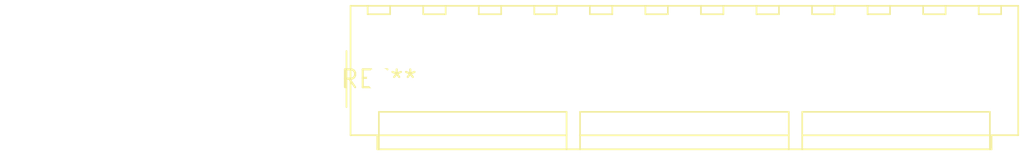
<source format=kicad_pcb>
(kicad_pcb (version 20240108) (generator pcbnew)
  (layers (0 "F.Cu" signal) (31 "B.Cu" signal) (34 "B.Paste" user) (35 "F.Paste" user) (36 "B.SilkS" user "B.Silkscreen") (37 "F.SilkS" user "F.Silkscreen") (38 "B.Mask" user) (39 "F.Mask" user) (44 "Edge.Cuts" user))
  (net 0 "")
  (footprint "Molex_KK-396_A-41791-0012_1x12_P3.96mm_Vertical" (layer "F.Cu") (at 0 0)
    (property "Reference" "REF**")
    (property "Value" "Molex_KK-396_A-41791-0012_1x12_P3.96mm_Vertical")
    (fp_line (start -2.31 -2) (end -2.31 2) (layer "F.SilkS") (stroke (width 0.12)))
    (fp_line (start -2.02 -5.22) (end 45.58 -5.22) (layer "F.SilkS") (stroke (width 0.12)))
    (fp_line (start -2.02 4.005) (end -2.02 -5.22) (layer "F.SilkS") (stroke (width 0.12)))
    (fp_line (start -0.8 -5.22) (end -0.8 -4.62) (layer "F.SilkS") (stroke (width 0.12)))
    (fp_line (start -0.8 -4.62) (end 0.8 -4.62) (layer "F.SilkS") (stroke (width 0.12)))
    (fp_line (start -0.115 4.005) (end -2.02 4.005) (layer "F.SilkS") (stroke (width 0.12)))
    (fp_line (start -0.115 5.01) (end -0.115 4.005) (layer "F.SilkS") (stroke (width 0.12)))
    (fp_line (start 0 2.34) (end 13.38 2.34) (layer "F.SilkS") (stroke (width 0.12)))
    (fp_line (start 0 4.01) (end 0 2.34) (layer "F.SilkS") (stroke (width 0.12)))
    (fp_line (start 0 4.01) (end 13.38 4.01) (layer "F.SilkS") (stroke (width 0.12)))
    (fp_line (start 0 5.01) (end 0 4.01) (layer "F.SilkS") (stroke (width 0.12)))
    (fp_line (start 0.8 -4.62) (end 0.8 -5.22) (layer "F.SilkS") (stroke (width 0.12)))
    (fp_line (start 3.16 -5.22) (end 3.16 -4.62) (layer "F.SilkS") (stroke (width 0.12)))
    (fp_line (start 3.16 -4.62) (end 4.76 -4.62) (layer "F.SilkS") (stroke (width 0.12)))
    (fp_line (start 4.76 -4.62) (end 4.76 -5.22) (layer "F.SilkS") (stroke (width 0.12)))
    (fp_line (start 7.12 -5.22) (end 7.12 -4.62) (layer "F.SilkS") (stroke (width 0.12)))
    (fp_line (start 7.12 -4.62) (end 8.72 -4.62) (layer "F.SilkS") (stroke (width 0.12)))
    (fp_line (start 8.72 -4.62) (end 8.72 -5.22) (layer "F.SilkS") (stroke (width 0.12)))
    (fp_line (start 11.08 -5.22) (end 11.08 -4.62) (layer "F.SilkS") (stroke (width 0.12)))
    (fp_line (start 11.08 -4.62) (end 12.68 -4.62) (layer "F.SilkS") (stroke (width 0.12)))
    (fp_line (start 12.68 -4.62) (end 12.68 -5.22) (layer "F.SilkS") (stroke (width 0.12)))
    (fp_line (start 13.38 2.34) (end 13.38 4.01) (layer "F.SilkS") (stroke (width 0.12)))
    (fp_line (start 13.38 4.01) (end 13.38 5.01) (layer "F.SilkS") (stroke (width 0.12)))
    (fp_line (start 14.34 2.34) (end 29.22 2.34) (layer "F.SilkS") (stroke (width 0.12)))
    (fp_line (start 14.34 4.01) (end 14.34 2.34) (layer "F.SilkS") (stroke (width 0.12)))
    (fp_line (start 14.34 4.01) (end 29.22 4.01) (layer "F.SilkS") (stroke (width 0.12)))
    (fp_line (start 14.34 5.01) (end 14.34 4.01) (layer "F.SilkS") (stroke (width 0.12)))
    (fp_line (start 15.04 -5.22) (end 15.04 -4.62) (layer "F.SilkS") (stroke (width 0.12)))
    (fp_line (start 15.04 -4.62) (end 16.64 -4.62) (layer "F.SilkS") (stroke (width 0.12)))
    (fp_line (start 16.64 -4.62) (end 16.64 -5.22) (layer "F.SilkS") (stroke (width 0.12)))
    (fp_line (start 19 -5.22) (end 19 -4.62) (layer "F.SilkS") (stroke (width 0.12)))
    (fp_line (start 19 -4.62) (end 20.6 -4.62) (layer "F.SilkS") (stroke (width 0.12)))
    (fp_line (start 20.6 -4.62) (end 20.6 -5.22) (layer "F.SilkS") (stroke (width 0.12)))
    (fp_line (start 22.96 -5.22) (end 22.96 -4.62) (layer "F.SilkS") (stroke (width 0.12)))
    (fp_line (start 22.96 -4.62) (end 24.56 -4.62) (layer "F.SilkS") (stroke (width 0.12)))
    (fp_line (start 24.56 -4.62) (end 24.56 -5.22) (layer "F.SilkS") (stroke (width 0.12)))
    (fp_line (start 26.92 -5.22) (end 26.92 -4.62) (layer "F.SilkS") (stroke (width 0.12)))
    (fp_line (start 26.92 -4.62) (end 28.52 -4.62) (layer "F.SilkS") (stroke (width 0.12)))
    (fp_line (start 28.52 -4.62) (end 28.52 -5.22) (layer "F.SilkS") (stroke (width 0.12)))
    (fp_line (start 29.22 2.34) (end 29.22 4.01) (layer "F.SilkS") (stroke (width 0.12)))
    (fp_line (start 29.22 4.01) (end 29.22 5.01) (layer "F.SilkS") (stroke (width 0.12)))
    (fp_line (start 30.18 2.34) (end 43.56 2.34) (layer "F.SilkS") (stroke (width 0.12)))
    (fp_line (start 30.18 4.01) (end 30.18 2.34) (layer "F.SilkS") (stroke (width 0.12)))
    (fp_line (start 30.18 4.01) (end 43.56 4.01) (layer "F.SilkS") (stroke (width 0.12)))
    (fp_line (start 30.18 5.01) (end 30.18 4.01) (layer "F.SilkS") (stroke (width 0.12)))
    (fp_line (start 30.88 -5.22) (end 30.88 -4.62) (layer "F.SilkS") (stroke (width 0.12)))
    (fp_line (start 30.88 -4.62) (end 32.48 -4.62) (layer "F.SilkS") (stroke (width 0.12)))
    (fp_line (start 32.48 -4.62) (end 32.48 -5.22) (layer "F.SilkS") (stroke (width 0.12)))
    (fp_line (start 34.84 -5.22) (end 34.84 -4.62) (layer "F.SilkS") (stroke (width 0.12)))
    (fp_line (start 34.84 -4.62) (end 36.44 -4.62) (layer "F.SilkS") (stroke (width 0.12)))
    (fp_line (start 36.44 -4.62) (end 36.44 -5.22) (layer "F.SilkS") (stroke (width 0.12)))
    (fp_line (start 38.8 -5.22) (end 38.8 -4.62) (layer "F.SilkS") (stroke (width 0.12)))
    (fp_line (start 38.8 -4.62) (end 40.4 -4.62) (layer "F.SilkS") (stroke (width 0.12)))
    (fp_line (start 40.4 -4.62) (end 40.4 -5.22) (layer "F.SilkS") (stroke (width 0.12)))
    (fp_line (start 42.76 -5.22) (end 42.76 -4.62) (layer "F.SilkS") (stroke (width 0.12)))
    (fp_line (start 42.76 -4.62) (end 44.36 -4.62) (layer "F.SilkS") (stroke (width 0.12)))
    (fp_line (start 43.56 2.34) (end 43.56 4.01) (layer "F.SilkS") (stroke (width 0.12)))
    (fp_line (start 43.56 4.01) (end 43.56 5.01) (layer "F.SilkS") (stroke (width 0.12)))
    (fp_line (start 43.675 4.005) (end 43.675 5.01) (layer "F.SilkS") (stroke (width 0.12)))
    (fp_line (start 43.675 5.01) (end -0.115 5.01) (layer "F.SilkS") (stroke (width 0.12)))
    (fp_line (start 44.36 -4.62) (end 44.36 -5.22) (layer "F.SilkS") (stroke (width 0.12)))
    (fp_line (start 45.58 -5.22) (end 45.58 4.005) (layer "F.SilkS") (stroke (width 0.12)))
    (fp_line (start 45.58 4.005) (end 43.675 4.005) (layer "F.SilkS") (stroke (width 0.12)))
    (pad "1" thru_hole roundrect (at 0 0) (size 3.16 4.1) (drill 1.7) (layers *.Cu *.Mask) (remove_unused_layers) (roundrect_rratio 0.079114))
    (pad "2" thru_hole oval (at 3.96 0) (size 3.16 4.1) (drill 1.7) (layers *.Cu *.Mask) (remove_unused_layers))
    (pad "3" thru_hole oval (at 7.92 0) (size 3.16 4.1) (drill 1.7) (layers *.Cu *.Mask) (remove_unused_layers))
    (pad "4" thru_hole oval (at 11.88 0) (size 3.16 4.1) (drill 1.7) (layers *.Cu *.Mask) (remove_unused_layers))
    (pad "5" thru_hole oval (at 15.84 0) (size 3.16 4.1) (drill 1.7) (layers *.Cu *.Mask) (remove_unused_layers))
    (pad "6" thru_hole oval (at 19.8 0) (size 3.16 4.1) (drill 1.7) (layers *.Cu *.Mask) (remove_unused_layers))
    (pad "7" thru_hole oval (at 23.76 0) (size 3.16 4.1) (drill 1.7) (layers *.Cu *.Mask) (remove_unused_layers))
    (pad "8" thru_hole oval (at 27.72 0) (size 3.16 4.1) (drill 1.7) (layers *.Cu *.Mask) (remove_unused_layers))
    (pad "9" thru_hole oval (at 31.68 0) (size 3.16 4.1) (drill 1.7) (layers *.Cu *.Mask) (remove_unused_layers))
    (pad "10" thru_hole oval (at 35.64 0) (size 3.16 4.1) (drill 1.7) (layers *.Cu *.Mask) (remove_unused_layers))
    (pad "11" thru_hole oval (at 39.6 0) (size 3.16 4.1) (drill 1.7) (layers *.Cu *.Mask) (remove_unused_layers))
    (pad "12" thru_hole oval (at 43.56 0) (size 3.16 4.1) (drill 1.7) (layers *.Cu *.Mask) (remove_unused_layers))
  )
)
</source>
